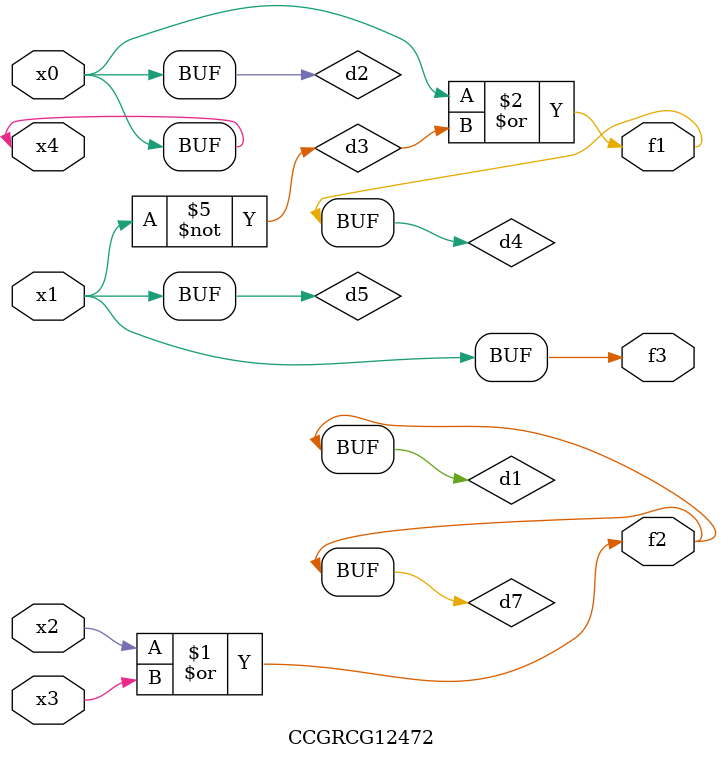
<source format=v>
module CCGRCG12472(
	input x0, x1, x2, x3, x4,
	output f1, f2, f3
);

	wire d1, d2, d3, d4, d5, d6, d7;

	or (d1, x2, x3);
	buf (d2, x0, x4);
	not (d3, x1);
	or (d4, d2, d3);
	not (d5, d3);
	nand (d6, d1, d3);
	or (d7, d1);
	assign f1 = d4;
	assign f2 = d7;
	assign f3 = d5;
endmodule

</source>
